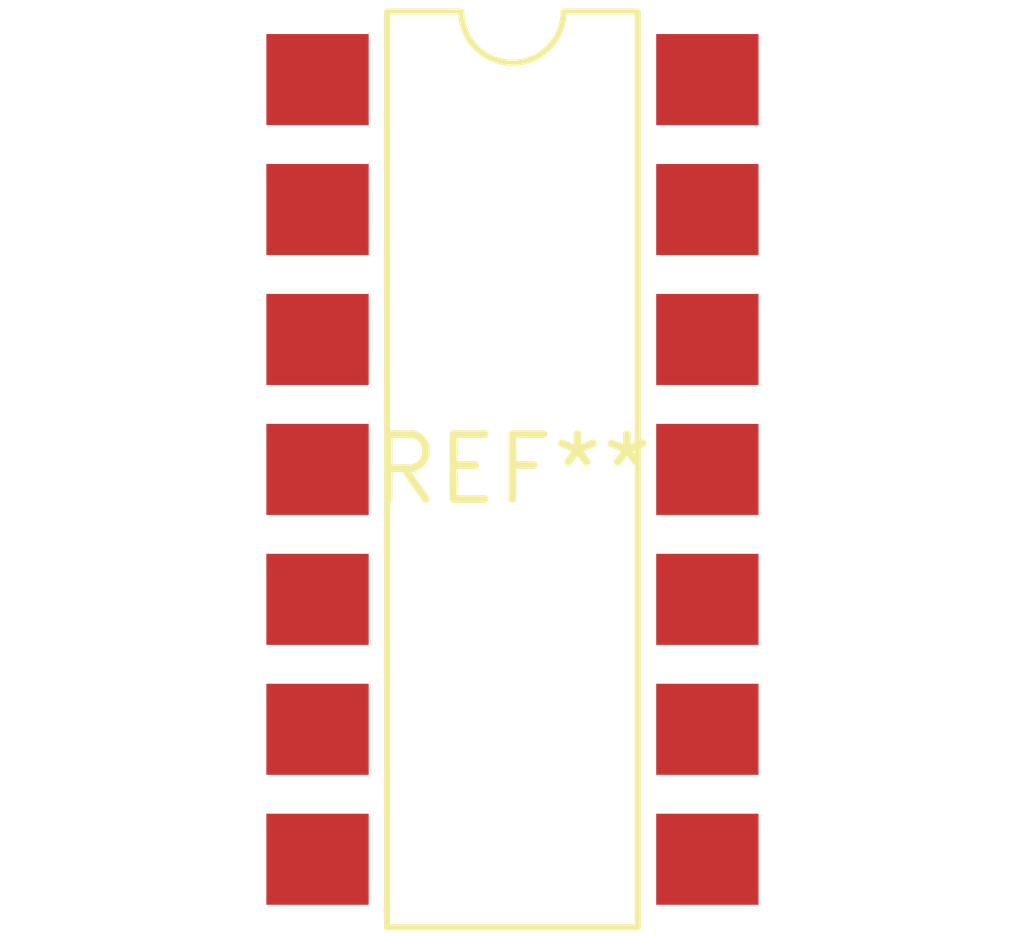
<source format=kicad_pcb>
(kicad_pcb (version 20240108) (generator pcbnew)
  (layers (0 "F.Cu" signal) (31 "B.Cu" signal) (34 "B.Paste" user) (35 "F.Paste" user) (36 "B.SilkS" user "B.Silkscreen") (37 "F.SilkS" user "F.Silkscreen") (38 "B.Mask" user) (39 "F.Mask" user) (44 "Edge.Cuts" user))
  (net 0 "")
  (footprint "SMDIP-14_W7.62mm" (layer "F.Cu") (at 0 0)
    (property "Reference" "REF**")
    (property "Value" "SMDIP-14_W7.62mm")
    (fp_line (start -2.45 -8.95) (end -2.45 8.95) (layer "F.SilkS") (stroke (width 0.12)))
    (fp_line (start -2.45 8.95) (end 2.45 8.95) (layer "F.SilkS") (stroke (width 0.12)))
    (fp_line (start -1 -8.95) (end -2.45 -8.95) (layer "F.SilkS") (stroke (width 0.12)))
    (fp_line (start 2.45 -8.95) (end 1 -8.95) (layer "F.SilkS") (stroke (width 0.12)))
    (fp_line (start 2.45 8.95) (end 2.45 -8.95) (layer "F.SilkS") (stroke (width 0.12)))
    (fp_arc (start 1 -8.95) (mid 0 -7.95) (end -1 -8.95) (layer "F.SilkS") (stroke (width 0.12)))
    (pad "1" smd rect (at -3.81 -7.62) (size 2 1.78) (layers "F.Cu" "F.Paste" "F.Mask"))
    (pad "2" smd rect (at -3.81 -5.08) (size 2 1.78) (layers "F.Cu" "F.Paste" "F.Mask"))
    (pad "3" smd rect (at -3.81 -2.54) (size 2 1.78) (layers "F.Cu" "F.Paste" "F.Mask"))
    (pad "4" smd rect (at -3.81 0) (size 2 1.78) (layers "F.Cu" "F.Paste" "F.Mask"))
    (pad "5" smd rect (at -3.81 2.54) (size 2 1.78) (layers "F.Cu" "F.Paste" "F.Mask"))
    (pad "6" smd rect (at -3.81 5.08) (size 2 1.78) (layers "F.Cu" "F.Paste" "F.Mask"))
    (pad "7" smd rect (at -3.81 7.62) (size 2 1.78) (layers "F.Cu" "F.Paste" "F.Mask"))
    (pad "8" smd rect (at 3.81 7.62) (size 2 1.78) (layers "F.Cu" "F.Paste" "F.Mask"))
    (pad "9" smd rect (at 3.81 5.08) (size 2 1.78) (layers "F.Cu" "F.Paste" "F.Mask"))
    (pad "10" smd rect (at 3.81 2.54) (size 2 1.78) (layers "F.Cu" "F.Paste" "F.Mask"))
    (pad "11" smd rect (at 3.81 0) (size 2 1.78) (layers "F.Cu" "F.Paste" "F.Mask"))
    (pad "12" smd rect (at 3.81 -2.54) (size 2 1.78) (layers "F.Cu" "F.Paste" "F.Mask"))
    (pad "13" smd rect (at 3.81 -5.08) (size 2 1.78) (layers "F.Cu" "F.Paste" "F.Mask"))
    (pad "14" smd rect (at 3.81 -7.62) (size 2 1.78) (layers "F.Cu" "F.Paste" "F.Mask"))
  )
)
</source>
